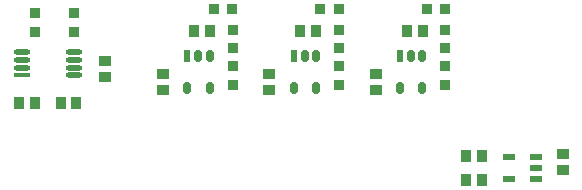
<source format=gbp>
G04*
G04 #@! TF.GenerationSoftware,Altium Limited,Altium Designer,20.1.8 (145)*
G04*
G04 Layer_Color=128*
%FSLAX25Y25*%
%MOIN*%
G70*
G04*
G04 #@! TF.SameCoordinates,CA1AD960-CC60-4823-93EC-705349262C67*
G04*
G04*
G04 #@! TF.FilePolarity,Positive*
G04*
G01*
G75*
%ADD19R,0.03347X0.03347*%
%ADD21R,0.05709X0.01772*%
%ADD27R,0.03347X0.03347*%
%ADD28R,0.03543X0.03937*%
%ADD36R,0.03937X0.03543*%
%ADD95R,0.02362X0.03937*%
G04:AMPARAMS|DCode=96|XSize=23.62mil|YSize=39.37mil|CornerRadius=5.91mil|HoleSize=0mil|Usage=FLASHONLY|Rotation=180.000|XOffset=0mil|YOffset=0mil|HoleType=Round|Shape=RoundedRectangle|*
%AMROUNDEDRECTD96*
21,1,0.02362,0.02756,0,0,180.0*
21,1,0.01181,0.03937,0,0,180.0*
1,1,0.01181,-0.00591,0.01378*
1,1,0.01181,0.00591,0.01378*
1,1,0.01181,0.00591,-0.01378*
1,1,0.01181,-0.00591,-0.01378*
%
%ADD96ROUNDEDRECTD96*%
%ADD97R,0.04134X0.02362*%
%ADD98O,0.05709X0.01772*%
D19*
X81496Y54626D02*
D03*
Y48524D02*
D03*
X81496Y66831D02*
D03*
Y60728D02*
D03*
X116929Y54626D02*
D03*
Y48524D02*
D03*
X152362Y66831D02*
D03*
Y60728D02*
D03*
Y54626D02*
D03*
Y48524D02*
D03*
X116929Y66831D02*
D03*
Y60728D02*
D03*
X28740Y66240D02*
D03*
Y72342D02*
D03*
X15748Y66240D02*
D03*
Y72342D02*
D03*
D21*
X11417Y51673D02*
D03*
D27*
X75295Y73622D02*
D03*
X81398D02*
D03*
X146161D02*
D03*
X152264D02*
D03*
X110728Y73622D02*
D03*
X116831D02*
D03*
D28*
X159153Y16929D02*
D03*
X164469D02*
D03*
X159153Y24803D02*
D03*
X164469D02*
D03*
X104035Y66535D02*
D03*
X109350D02*
D03*
X139469D02*
D03*
X144783D02*
D03*
X68602D02*
D03*
X73917D02*
D03*
X29429Y42520D02*
D03*
X24114D02*
D03*
X10335D02*
D03*
X15650D02*
D03*
D36*
X38976Y51279D02*
D03*
Y56595D02*
D03*
X191535Y20184D02*
D03*
Y25498D02*
D03*
X93701Y52264D02*
D03*
Y46949D02*
D03*
X58268Y52264D02*
D03*
Y46949D02*
D03*
X129134Y52264D02*
D03*
Y46949D02*
D03*
D95*
X101772Y58169D02*
D03*
X66339D02*
D03*
X137205Y58268D02*
D03*
D96*
X105512Y58169D02*
D03*
X109252D02*
D03*
Y47343D02*
D03*
X101772D02*
D03*
X70079Y58169D02*
D03*
X73819D02*
D03*
Y47343D02*
D03*
X66339D02*
D03*
X140945Y58268D02*
D03*
X144685D02*
D03*
Y47441D02*
D03*
X137205D02*
D03*
D97*
X173622Y24606D02*
D03*
Y17126D02*
D03*
X182677D02*
D03*
Y20866D02*
D03*
Y24606D02*
D03*
D98*
X28740Y59350D02*
D03*
Y56791D02*
D03*
Y54232D02*
D03*
Y51673D02*
D03*
X11417Y59350D02*
D03*
Y56791D02*
D03*
Y54232D02*
D03*
M02*

</source>
